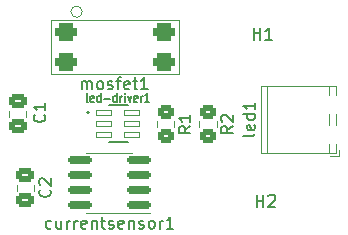
<source format=gto>
G04 #@! TF.GenerationSoftware,KiCad,Pcbnew,7.0.2*
G04 #@! TF.CreationDate,2023-05-22T10:47:49+02:00*
G04 #@! TF.ProjectId,relaismsofet correctie,72656c61-6973-46d7-936f-66657420636f,rev?*
G04 #@! TF.SameCoordinates,Original*
G04 #@! TF.FileFunction,Legend,Top*
G04 #@! TF.FilePolarity,Positive*
%FSLAX46Y46*%
G04 Gerber Fmt 4.6, Leading zero omitted, Abs format (unit mm)*
G04 Created by KiCad (PCBNEW 7.0.2) date 2023-05-22 10:47:49*
%MOMM*%
%LPD*%
G01*
G04 APERTURE LIST*
G04 Aperture macros list*
%AMRoundRect*
0 Rectangle with rounded corners*
0 $1 Rounding radius*
0 $2 $3 $4 $5 $6 $7 $8 $9 X,Y pos of 4 corners*
0 Add a 4 corners polygon primitive as box body*
4,1,4,$2,$3,$4,$5,$6,$7,$8,$9,$2,$3,0*
0 Add four circle primitives for the rounded corners*
1,1,$1+$1,$2,$3*
1,1,$1+$1,$4,$5*
1,1,$1+$1,$6,$7*
1,1,$1+$1,$8,$9*
0 Add four rect primitives between the rounded corners*
20,1,$1+$1,$2,$3,$4,$5,0*
20,1,$1+$1,$4,$5,$6,$7,0*
20,1,$1+$1,$6,$7,$8,$9,0*
20,1,$1+$1,$8,$9,$2,$3,0*%
G04 Aperture macros list end*
%ADD10C,0.150000*%
%ADD11C,0.120000*%
%ADD12C,0.127000*%
%ADD13C,0.200000*%
%ADD14RoundRect,0.375000X0.575000X0.375000X-0.575000X0.375000X-0.575000X-0.375000X0.575000X-0.375000X0*%
%ADD15C,2.500000*%
%ADD16RoundRect,0.041300X-0.643700X-0.253700X0.643700X-0.253700X0.643700X0.253700X-0.643700X0.253700X0*%
%ADD17RoundRect,0.250000X-0.450000X0.350000X-0.450000X-0.350000X0.450000X-0.350000X0.450000X0.350000X0*%
%ADD18RoundRect,0.250000X0.475000X-0.337500X0.475000X0.337500X-0.475000X0.337500X-0.475000X-0.337500X0*%
%ADD19C,1.100000*%
%ADD20R,2.200000X2.200000*%
%ADD21C,2.200000*%
%ADD22RoundRect,0.250000X-0.475000X0.337500X-0.475000X-0.337500X0.475000X-0.337500X0.475000X0.337500X0*%
%ADD23RoundRect,0.150000X0.825000X0.150000X-0.825000X0.150000X-0.825000X-0.150000X0.825000X-0.150000X0*%
%ADD24R,1.700000X1.700000*%
%ADD25O,1.700000X1.700000*%
G04 APERTURE END LIST*
D10*
X91638095Y-79662619D02*
X91638095Y-78995952D01*
X91638095Y-79091190D02*
X91685714Y-79043571D01*
X91685714Y-79043571D02*
X91780952Y-78995952D01*
X91780952Y-78995952D02*
X91923809Y-78995952D01*
X91923809Y-78995952D02*
X92019047Y-79043571D01*
X92019047Y-79043571D02*
X92066666Y-79138809D01*
X92066666Y-79138809D02*
X92066666Y-79662619D01*
X92066666Y-79138809D02*
X92114285Y-79043571D01*
X92114285Y-79043571D02*
X92209523Y-78995952D01*
X92209523Y-78995952D02*
X92352380Y-78995952D01*
X92352380Y-78995952D02*
X92447619Y-79043571D01*
X92447619Y-79043571D02*
X92495238Y-79138809D01*
X92495238Y-79138809D02*
X92495238Y-79662619D01*
X93114285Y-79662619D02*
X93019047Y-79615000D01*
X93019047Y-79615000D02*
X92971428Y-79567380D01*
X92971428Y-79567380D02*
X92923809Y-79472142D01*
X92923809Y-79472142D02*
X92923809Y-79186428D01*
X92923809Y-79186428D02*
X92971428Y-79091190D01*
X92971428Y-79091190D02*
X93019047Y-79043571D01*
X93019047Y-79043571D02*
X93114285Y-78995952D01*
X93114285Y-78995952D02*
X93257142Y-78995952D01*
X93257142Y-78995952D02*
X93352380Y-79043571D01*
X93352380Y-79043571D02*
X93399999Y-79091190D01*
X93399999Y-79091190D02*
X93447618Y-79186428D01*
X93447618Y-79186428D02*
X93447618Y-79472142D01*
X93447618Y-79472142D02*
X93399999Y-79567380D01*
X93399999Y-79567380D02*
X93352380Y-79615000D01*
X93352380Y-79615000D02*
X93257142Y-79662619D01*
X93257142Y-79662619D02*
X93114285Y-79662619D01*
X93828571Y-79615000D02*
X93923809Y-79662619D01*
X93923809Y-79662619D02*
X94114285Y-79662619D01*
X94114285Y-79662619D02*
X94209523Y-79615000D01*
X94209523Y-79615000D02*
X94257142Y-79519761D01*
X94257142Y-79519761D02*
X94257142Y-79472142D01*
X94257142Y-79472142D02*
X94209523Y-79376904D01*
X94209523Y-79376904D02*
X94114285Y-79329285D01*
X94114285Y-79329285D02*
X93971428Y-79329285D01*
X93971428Y-79329285D02*
X93876190Y-79281666D01*
X93876190Y-79281666D02*
X93828571Y-79186428D01*
X93828571Y-79186428D02*
X93828571Y-79138809D01*
X93828571Y-79138809D02*
X93876190Y-79043571D01*
X93876190Y-79043571D02*
X93971428Y-78995952D01*
X93971428Y-78995952D02*
X94114285Y-78995952D01*
X94114285Y-78995952D02*
X94209523Y-79043571D01*
X94542857Y-78995952D02*
X94923809Y-78995952D01*
X94685714Y-79662619D02*
X94685714Y-78805476D01*
X94685714Y-78805476D02*
X94733333Y-78710238D01*
X94733333Y-78710238D02*
X94828571Y-78662619D01*
X94828571Y-78662619D02*
X94923809Y-78662619D01*
X95638095Y-79615000D02*
X95542857Y-79662619D01*
X95542857Y-79662619D02*
X95352381Y-79662619D01*
X95352381Y-79662619D02*
X95257143Y-79615000D01*
X95257143Y-79615000D02*
X95209524Y-79519761D01*
X95209524Y-79519761D02*
X95209524Y-79138809D01*
X95209524Y-79138809D02*
X95257143Y-79043571D01*
X95257143Y-79043571D02*
X95352381Y-78995952D01*
X95352381Y-78995952D02*
X95542857Y-78995952D01*
X95542857Y-78995952D02*
X95638095Y-79043571D01*
X95638095Y-79043571D02*
X95685714Y-79138809D01*
X95685714Y-79138809D02*
X95685714Y-79234047D01*
X95685714Y-79234047D02*
X95209524Y-79329285D01*
X95971429Y-78995952D02*
X96352381Y-78995952D01*
X96114286Y-78662619D02*
X96114286Y-79519761D01*
X96114286Y-79519761D02*
X96161905Y-79615000D01*
X96161905Y-79615000D02*
X96257143Y-79662619D01*
X96257143Y-79662619D02*
X96352381Y-79662619D01*
X97209524Y-79662619D02*
X96638096Y-79662619D01*
X96923810Y-79662619D02*
X96923810Y-78662619D01*
X96923810Y-78662619D02*
X96828572Y-78805476D01*
X96828572Y-78805476D02*
X96733334Y-78900714D01*
X96733334Y-78900714D02*
X96638096Y-78948333D01*
X106430095Y-89616619D02*
X106430095Y-88616619D01*
X106430095Y-89092809D02*
X107001523Y-89092809D01*
X107001523Y-89616619D02*
X107001523Y-88616619D01*
X107430095Y-88711857D02*
X107477714Y-88664238D01*
X107477714Y-88664238D02*
X107572952Y-88616619D01*
X107572952Y-88616619D02*
X107811047Y-88616619D01*
X107811047Y-88616619D02*
X107906285Y-88664238D01*
X107906285Y-88664238D02*
X107953904Y-88711857D01*
X107953904Y-88711857D02*
X108001523Y-88807095D01*
X108001523Y-88807095D02*
X108001523Y-88902333D01*
X108001523Y-88902333D02*
X107953904Y-89045190D01*
X107953904Y-89045190D02*
X107382476Y-89616619D01*
X107382476Y-89616619D02*
X108001523Y-89616619D01*
X92155238Y-80770095D02*
X92094286Y-80732000D01*
X92094286Y-80732000D02*
X92063809Y-80655809D01*
X92063809Y-80655809D02*
X92063809Y-79970095D01*
X92642857Y-80732000D02*
X92581905Y-80770095D01*
X92581905Y-80770095D02*
X92460000Y-80770095D01*
X92460000Y-80770095D02*
X92399047Y-80732000D01*
X92399047Y-80732000D02*
X92368571Y-80655809D01*
X92368571Y-80655809D02*
X92368571Y-80351047D01*
X92368571Y-80351047D02*
X92399047Y-80274857D01*
X92399047Y-80274857D02*
X92460000Y-80236761D01*
X92460000Y-80236761D02*
X92581905Y-80236761D01*
X92581905Y-80236761D02*
X92642857Y-80274857D01*
X92642857Y-80274857D02*
X92673333Y-80351047D01*
X92673333Y-80351047D02*
X92673333Y-80427238D01*
X92673333Y-80427238D02*
X92368571Y-80503428D01*
X93221904Y-80770095D02*
X93221904Y-79970095D01*
X93221904Y-80732000D02*
X93160952Y-80770095D01*
X93160952Y-80770095D02*
X93039047Y-80770095D01*
X93039047Y-80770095D02*
X92978095Y-80732000D01*
X92978095Y-80732000D02*
X92947618Y-80693904D01*
X92947618Y-80693904D02*
X92917142Y-80617714D01*
X92917142Y-80617714D02*
X92917142Y-80389142D01*
X92917142Y-80389142D02*
X92947618Y-80312952D01*
X92947618Y-80312952D02*
X92978095Y-80274857D01*
X92978095Y-80274857D02*
X93039047Y-80236761D01*
X93039047Y-80236761D02*
X93160952Y-80236761D01*
X93160952Y-80236761D02*
X93221904Y-80274857D01*
X93526666Y-80465333D02*
X94014286Y-80465333D01*
X94593333Y-80770095D02*
X94593333Y-79970095D01*
X94593333Y-80732000D02*
X94532381Y-80770095D01*
X94532381Y-80770095D02*
X94410476Y-80770095D01*
X94410476Y-80770095D02*
X94349524Y-80732000D01*
X94349524Y-80732000D02*
X94319047Y-80693904D01*
X94319047Y-80693904D02*
X94288571Y-80617714D01*
X94288571Y-80617714D02*
X94288571Y-80389142D01*
X94288571Y-80389142D02*
X94319047Y-80312952D01*
X94319047Y-80312952D02*
X94349524Y-80274857D01*
X94349524Y-80274857D02*
X94410476Y-80236761D01*
X94410476Y-80236761D02*
X94532381Y-80236761D01*
X94532381Y-80236761D02*
X94593333Y-80274857D01*
X94898095Y-80770095D02*
X94898095Y-80236761D01*
X94898095Y-80389142D02*
X94928572Y-80312952D01*
X94928572Y-80312952D02*
X94959048Y-80274857D01*
X94959048Y-80274857D02*
X95020000Y-80236761D01*
X95020000Y-80236761D02*
X95080953Y-80236761D01*
X95294285Y-80770095D02*
X95294285Y-80236761D01*
X95294285Y-79970095D02*
X95263809Y-80008190D01*
X95263809Y-80008190D02*
X95294285Y-80046285D01*
X95294285Y-80046285D02*
X95324762Y-80008190D01*
X95324762Y-80008190D02*
X95294285Y-79970095D01*
X95294285Y-79970095D02*
X95294285Y-80046285D01*
X95538095Y-80236761D02*
X95690476Y-80770095D01*
X95690476Y-80770095D02*
X95842857Y-80236761D01*
X96330476Y-80732000D02*
X96269524Y-80770095D01*
X96269524Y-80770095D02*
X96147619Y-80770095D01*
X96147619Y-80770095D02*
X96086666Y-80732000D01*
X96086666Y-80732000D02*
X96056190Y-80655809D01*
X96056190Y-80655809D02*
X96056190Y-80351047D01*
X96056190Y-80351047D02*
X96086666Y-80274857D01*
X96086666Y-80274857D02*
X96147619Y-80236761D01*
X96147619Y-80236761D02*
X96269524Y-80236761D01*
X96269524Y-80236761D02*
X96330476Y-80274857D01*
X96330476Y-80274857D02*
X96360952Y-80351047D01*
X96360952Y-80351047D02*
X96360952Y-80427238D01*
X96360952Y-80427238D02*
X96056190Y-80503428D01*
X96635237Y-80770095D02*
X96635237Y-80236761D01*
X96635237Y-80389142D02*
X96665714Y-80312952D01*
X96665714Y-80312952D02*
X96696190Y-80274857D01*
X96696190Y-80274857D02*
X96757142Y-80236761D01*
X96757142Y-80236761D02*
X96818095Y-80236761D01*
X97366666Y-80770095D02*
X97000951Y-80770095D01*
X97183808Y-80770095D02*
X97183808Y-79970095D01*
X97183808Y-79970095D02*
X97122856Y-80084380D01*
X97122856Y-80084380D02*
X97061904Y-80160571D01*
X97061904Y-80160571D02*
X97000951Y-80198666D01*
X104437619Y-82791666D02*
X103961428Y-83124999D01*
X104437619Y-83363094D02*
X103437619Y-83363094D01*
X103437619Y-83363094D02*
X103437619Y-82982142D01*
X103437619Y-82982142D02*
X103485238Y-82886904D01*
X103485238Y-82886904D02*
X103532857Y-82839285D01*
X103532857Y-82839285D02*
X103628095Y-82791666D01*
X103628095Y-82791666D02*
X103770952Y-82791666D01*
X103770952Y-82791666D02*
X103866190Y-82839285D01*
X103866190Y-82839285D02*
X103913809Y-82886904D01*
X103913809Y-82886904D02*
X103961428Y-82982142D01*
X103961428Y-82982142D02*
X103961428Y-83363094D01*
X103532857Y-82410713D02*
X103485238Y-82363094D01*
X103485238Y-82363094D02*
X103437619Y-82267856D01*
X103437619Y-82267856D02*
X103437619Y-82029761D01*
X103437619Y-82029761D02*
X103485238Y-81934523D01*
X103485238Y-81934523D02*
X103532857Y-81886904D01*
X103532857Y-81886904D02*
X103628095Y-81839285D01*
X103628095Y-81839285D02*
X103723333Y-81839285D01*
X103723333Y-81839285D02*
X103866190Y-81886904D01*
X103866190Y-81886904D02*
X104437619Y-82458332D01*
X104437619Y-82458332D02*
X104437619Y-81839285D01*
X100837619Y-82791666D02*
X100361428Y-83124999D01*
X100837619Y-83363094D02*
X99837619Y-83363094D01*
X99837619Y-83363094D02*
X99837619Y-82982142D01*
X99837619Y-82982142D02*
X99885238Y-82886904D01*
X99885238Y-82886904D02*
X99932857Y-82839285D01*
X99932857Y-82839285D02*
X100028095Y-82791666D01*
X100028095Y-82791666D02*
X100170952Y-82791666D01*
X100170952Y-82791666D02*
X100266190Y-82839285D01*
X100266190Y-82839285D02*
X100313809Y-82886904D01*
X100313809Y-82886904D02*
X100361428Y-82982142D01*
X100361428Y-82982142D02*
X100361428Y-83363094D01*
X100837619Y-81839285D02*
X100837619Y-82410713D01*
X100837619Y-82124999D02*
X99837619Y-82124999D01*
X99837619Y-82124999D02*
X99980476Y-82220237D01*
X99980476Y-82220237D02*
X100075714Y-82315475D01*
X100075714Y-82315475D02*
X100123333Y-82410713D01*
X88467380Y-81816666D02*
X88515000Y-81864285D01*
X88515000Y-81864285D02*
X88562619Y-82007142D01*
X88562619Y-82007142D02*
X88562619Y-82102380D01*
X88562619Y-82102380D02*
X88515000Y-82245237D01*
X88515000Y-82245237D02*
X88419761Y-82340475D01*
X88419761Y-82340475D02*
X88324523Y-82388094D01*
X88324523Y-82388094D02*
X88134047Y-82435713D01*
X88134047Y-82435713D02*
X87991190Y-82435713D01*
X87991190Y-82435713D02*
X87800714Y-82388094D01*
X87800714Y-82388094D02*
X87705476Y-82340475D01*
X87705476Y-82340475D02*
X87610238Y-82245237D01*
X87610238Y-82245237D02*
X87562619Y-82102380D01*
X87562619Y-82102380D02*
X87562619Y-82007142D01*
X87562619Y-82007142D02*
X87610238Y-81864285D01*
X87610238Y-81864285D02*
X87657857Y-81816666D01*
X88562619Y-80864285D02*
X88562619Y-81435713D01*
X88562619Y-81149999D02*
X87562619Y-81149999D01*
X87562619Y-81149999D02*
X87705476Y-81245237D01*
X87705476Y-81245237D02*
X87800714Y-81340475D01*
X87800714Y-81340475D02*
X87848333Y-81435713D01*
X106302619Y-83468095D02*
X106255000Y-83563333D01*
X106255000Y-83563333D02*
X106159761Y-83610952D01*
X106159761Y-83610952D02*
X105302619Y-83610952D01*
X106255000Y-82706190D02*
X106302619Y-82801428D01*
X106302619Y-82801428D02*
X106302619Y-82991904D01*
X106302619Y-82991904D02*
X106255000Y-83087142D01*
X106255000Y-83087142D02*
X106159761Y-83134761D01*
X106159761Y-83134761D02*
X105778809Y-83134761D01*
X105778809Y-83134761D02*
X105683571Y-83087142D01*
X105683571Y-83087142D02*
X105635952Y-82991904D01*
X105635952Y-82991904D02*
X105635952Y-82801428D01*
X105635952Y-82801428D02*
X105683571Y-82706190D01*
X105683571Y-82706190D02*
X105778809Y-82658571D01*
X105778809Y-82658571D02*
X105874047Y-82658571D01*
X105874047Y-82658571D02*
X105969285Y-83134761D01*
X106302619Y-81801428D02*
X105302619Y-81801428D01*
X106255000Y-81801428D02*
X106302619Y-81896666D01*
X106302619Y-81896666D02*
X106302619Y-82087142D01*
X106302619Y-82087142D02*
X106255000Y-82182380D01*
X106255000Y-82182380D02*
X106207380Y-82229999D01*
X106207380Y-82229999D02*
X106112142Y-82277618D01*
X106112142Y-82277618D02*
X105826428Y-82277618D01*
X105826428Y-82277618D02*
X105731190Y-82229999D01*
X105731190Y-82229999D02*
X105683571Y-82182380D01*
X105683571Y-82182380D02*
X105635952Y-82087142D01*
X105635952Y-82087142D02*
X105635952Y-81896666D01*
X105635952Y-81896666D02*
X105683571Y-81801428D01*
X106302619Y-80801428D02*
X106302619Y-81372856D01*
X106302619Y-81087142D02*
X105302619Y-81087142D01*
X105302619Y-81087142D02*
X105445476Y-81182380D01*
X105445476Y-81182380D02*
X105540714Y-81277618D01*
X105540714Y-81277618D02*
X105588333Y-81372856D01*
X88915380Y-88166666D02*
X88963000Y-88214285D01*
X88963000Y-88214285D02*
X89010619Y-88357142D01*
X89010619Y-88357142D02*
X89010619Y-88452380D01*
X89010619Y-88452380D02*
X88963000Y-88595237D01*
X88963000Y-88595237D02*
X88867761Y-88690475D01*
X88867761Y-88690475D02*
X88772523Y-88738094D01*
X88772523Y-88738094D02*
X88582047Y-88785713D01*
X88582047Y-88785713D02*
X88439190Y-88785713D01*
X88439190Y-88785713D02*
X88248714Y-88738094D01*
X88248714Y-88738094D02*
X88153476Y-88690475D01*
X88153476Y-88690475D02*
X88058238Y-88595237D01*
X88058238Y-88595237D02*
X88010619Y-88452380D01*
X88010619Y-88452380D02*
X88010619Y-88357142D01*
X88010619Y-88357142D02*
X88058238Y-88214285D01*
X88058238Y-88214285D02*
X88105857Y-88166666D01*
X88105857Y-87785713D02*
X88058238Y-87738094D01*
X88058238Y-87738094D02*
X88010619Y-87642856D01*
X88010619Y-87642856D02*
X88010619Y-87404761D01*
X88010619Y-87404761D02*
X88058238Y-87309523D01*
X88058238Y-87309523D02*
X88105857Y-87261904D01*
X88105857Y-87261904D02*
X88201095Y-87214285D01*
X88201095Y-87214285D02*
X88296333Y-87214285D01*
X88296333Y-87214285D02*
X88439190Y-87261904D01*
X88439190Y-87261904D02*
X89010619Y-87833332D01*
X89010619Y-87833332D02*
X89010619Y-87214285D01*
X106174095Y-75462619D02*
X106174095Y-74462619D01*
X106174095Y-74938809D02*
X106745523Y-74938809D01*
X106745523Y-75462619D02*
X106745523Y-74462619D01*
X107745523Y-75462619D02*
X107174095Y-75462619D01*
X107459809Y-75462619D02*
X107459809Y-74462619D01*
X107459809Y-74462619D02*
X107364571Y-74605476D01*
X107364571Y-74605476D02*
X107269333Y-74700714D01*
X107269333Y-74700714D02*
X107174095Y-74748333D01*
X89046427Y-91415000D02*
X88951189Y-91462619D01*
X88951189Y-91462619D02*
X88760713Y-91462619D01*
X88760713Y-91462619D02*
X88665475Y-91415000D01*
X88665475Y-91415000D02*
X88617856Y-91367380D01*
X88617856Y-91367380D02*
X88570237Y-91272142D01*
X88570237Y-91272142D02*
X88570237Y-90986428D01*
X88570237Y-90986428D02*
X88617856Y-90891190D01*
X88617856Y-90891190D02*
X88665475Y-90843571D01*
X88665475Y-90843571D02*
X88760713Y-90795952D01*
X88760713Y-90795952D02*
X88951189Y-90795952D01*
X88951189Y-90795952D02*
X89046427Y-90843571D01*
X89903570Y-90795952D02*
X89903570Y-91462619D01*
X89474999Y-90795952D02*
X89474999Y-91319761D01*
X89474999Y-91319761D02*
X89522618Y-91415000D01*
X89522618Y-91415000D02*
X89617856Y-91462619D01*
X89617856Y-91462619D02*
X89760713Y-91462619D01*
X89760713Y-91462619D02*
X89855951Y-91415000D01*
X89855951Y-91415000D02*
X89903570Y-91367380D01*
X90379761Y-91462619D02*
X90379761Y-90795952D01*
X90379761Y-90986428D02*
X90427380Y-90891190D01*
X90427380Y-90891190D02*
X90474999Y-90843571D01*
X90474999Y-90843571D02*
X90570237Y-90795952D01*
X90570237Y-90795952D02*
X90665475Y-90795952D01*
X90998809Y-91462619D02*
X90998809Y-90795952D01*
X90998809Y-90986428D02*
X91046428Y-90891190D01*
X91046428Y-90891190D02*
X91094047Y-90843571D01*
X91094047Y-90843571D02*
X91189285Y-90795952D01*
X91189285Y-90795952D02*
X91284523Y-90795952D01*
X91998809Y-91415000D02*
X91903571Y-91462619D01*
X91903571Y-91462619D02*
X91713095Y-91462619D01*
X91713095Y-91462619D02*
X91617857Y-91415000D01*
X91617857Y-91415000D02*
X91570238Y-91319761D01*
X91570238Y-91319761D02*
X91570238Y-90938809D01*
X91570238Y-90938809D02*
X91617857Y-90843571D01*
X91617857Y-90843571D02*
X91713095Y-90795952D01*
X91713095Y-90795952D02*
X91903571Y-90795952D01*
X91903571Y-90795952D02*
X91998809Y-90843571D01*
X91998809Y-90843571D02*
X92046428Y-90938809D01*
X92046428Y-90938809D02*
X92046428Y-91034047D01*
X92046428Y-91034047D02*
X91570238Y-91129285D01*
X92475000Y-90795952D02*
X92475000Y-91462619D01*
X92475000Y-90891190D02*
X92522619Y-90843571D01*
X92522619Y-90843571D02*
X92617857Y-90795952D01*
X92617857Y-90795952D02*
X92760714Y-90795952D01*
X92760714Y-90795952D02*
X92855952Y-90843571D01*
X92855952Y-90843571D02*
X92903571Y-90938809D01*
X92903571Y-90938809D02*
X92903571Y-91462619D01*
X93236905Y-90795952D02*
X93617857Y-90795952D01*
X93379762Y-90462619D02*
X93379762Y-91319761D01*
X93379762Y-91319761D02*
X93427381Y-91415000D01*
X93427381Y-91415000D02*
X93522619Y-91462619D01*
X93522619Y-91462619D02*
X93617857Y-91462619D01*
X93903572Y-91415000D02*
X93998810Y-91462619D01*
X93998810Y-91462619D02*
X94189286Y-91462619D01*
X94189286Y-91462619D02*
X94284524Y-91415000D01*
X94284524Y-91415000D02*
X94332143Y-91319761D01*
X94332143Y-91319761D02*
X94332143Y-91272142D01*
X94332143Y-91272142D02*
X94284524Y-91176904D01*
X94284524Y-91176904D02*
X94189286Y-91129285D01*
X94189286Y-91129285D02*
X94046429Y-91129285D01*
X94046429Y-91129285D02*
X93951191Y-91081666D01*
X93951191Y-91081666D02*
X93903572Y-90986428D01*
X93903572Y-90986428D02*
X93903572Y-90938809D01*
X93903572Y-90938809D02*
X93951191Y-90843571D01*
X93951191Y-90843571D02*
X94046429Y-90795952D01*
X94046429Y-90795952D02*
X94189286Y-90795952D01*
X94189286Y-90795952D02*
X94284524Y-90843571D01*
X95141667Y-91415000D02*
X95046429Y-91462619D01*
X95046429Y-91462619D02*
X94855953Y-91462619D01*
X94855953Y-91462619D02*
X94760715Y-91415000D01*
X94760715Y-91415000D02*
X94713096Y-91319761D01*
X94713096Y-91319761D02*
X94713096Y-90938809D01*
X94713096Y-90938809D02*
X94760715Y-90843571D01*
X94760715Y-90843571D02*
X94855953Y-90795952D01*
X94855953Y-90795952D02*
X95046429Y-90795952D01*
X95046429Y-90795952D02*
X95141667Y-90843571D01*
X95141667Y-90843571D02*
X95189286Y-90938809D01*
X95189286Y-90938809D02*
X95189286Y-91034047D01*
X95189286Y-91034047D02*
X94713096Y-91129285D01*
X95617858Y-90795952D02*
X95617858Y-91462619D01*
X95617858Y-90891190D02*
X95665477Y-90843571D01*
X95665477Y-90843571D02*
X95760715Y-90795952D01*
X95760715Y-90795952D02*
X95903572Y-90795952D01*
X95903572Y-90795952D02*
X95998810Y-90843571D01*
X95998810Y-90843571D02*
X96046429Y-90938809D01*
X96046429Y-90938809D02*
X96046429Y-91462619D01*
X96475001Y-91415000D02*
X96570239Y-91462619D01*
X96570239Y-91462619D02*
X96760715Y-91462619D01*
X96760715Y-91462619D02*
X96855953Y-91415000D01*
X96855953Y-91415000D02*
X96903572Y-91319761D01*
X96903572Y-91319761D02*
X96903572Y-91272142D01*
X96903572Y-91272142D02*
X96855953Y-91176904D01*
X96855953Y-91176904D02*
X96760715Y-91129285D01*
X96760715Y-91129285D02*
X96617858Y-91129285D01*
X96617858Y-91129285D02*
X96522620Y-91081666D01*
X96522620Y-91081666D02*
X96475001Y-90986428D01*
X96475001Y-90986428D02*
X96475001Y-90938809D01*
X96475001Y-90938809D02*
X96522620Y-90843571D01*
X96522620Y-90843571D02*
X96617858Y-90795952D01*
X96617858Y-90795952D02*
X96760715Y-90795952D01*
X96760715Y-90795952D02*
X96855953Y-90843571D01*
X97475001Y-91462619D02*
X97379763Y-91415000D01*
X97379763Y-91415000D02*
X97332144Y-91367380D01*
X97332144Y-91367380D02*
X97284525Y-91272142D01*
X97284525Y-91272142D02*
X97284525Y-90986428D01*
X97284525Y-90986428D02*
X97332144Y-90891190D01*
X97332144Y-90891190D02*
X97379763Y-90843571D01*
X97379763Y-90843571D02*
X97475001Y-90795952D01*
X97475001Y-90795952D02*
X97617858Y-90795952D01*
X97617858Y-90795952D02*
X97713096Y-90843571D01*
X97713096Y-90843571D02*
X97760715Y-90891190D01*
X97760715Y-90891190D02*
X97808334Y-90986428D01*
X97808334Y-90986428D02*
X97808334Y-91272142D01*
X97808334Y-91272142D02*
X97760715Y-91367380D01*
X97760715Y-91367380D02*
X97713096Y-91415000D01*
X97713096Y-91415000D02*
X97617858Y-91462619D01*
X97617858Y-91462619D02*
X97475001Y-91462619D01*
X98236906Y-91462619D02*
X98236906Y-90795952D01*
X98236906Y-90986428D02*
X98284525Y-90891190D01*
X98284525Y-90891190D02*
X98332144Y-90843571D01*
X98332144Y-90843571D02*
X98427382Y-90795952D01*
X98427382Y-90795952D02*
X98522620Y-90795952D01*
X99379763Y-91462619D02*
X98808335Y-91462619D01*
X99094049Y-91462619D02*
X99094049Y-90462619D01*
X99094049Y-90462619D02*
X98998811Y-90605476D01*
X98998811Y-90605476D02*
X98903573Y-90700714D01*
X98903573Y-90700714D02*
X98808335Y-90748333D01*
D11*
X89025000Y-78375000D02*
X99825000Y-78375000D01*
X99825000Y-78375000D02*
X99825000Y-73775000D01*
X99825000Y-73775000D02*
X89025000Y-73775000D01*
X89025000Y-73775000D02*
X89025000Y-78375000D01*
X91677701Y-73105000D02*
G75*
G03*
X91677701Y-73105000I-482701J0D01*
G01*
D12*
X93925000Y-81035000D02*
X95525000Y-81035000D01*
X95525000Y-84165000D02*
X93925000Y-84165000D01*
D13*
X92250000Y-81655000D02*
G75*
G03*
X92250000Y-81655000I-100000J0D01*
G01*
D11*
X103060000Y-82397936D02*
X103060000Y-82852064D01*
X101590000Y-82397936D02*
X101590000Y-82852064D01*
X99460000Y-82397936D02*
X99460000Y-82852064D01*
X97990000Y-82397936D02*
X97990000Y-82852064D01*
X85472600Y-81998452D02*
X85472600Y-81475948D01*
X86942600Y-81998452D02*
X86942600Y-81475948D01*
X112660000Y-85300000D02*
X113400000Y-85300000D01*
X113400000Y-85300000D02*
X113400000Y-84800000D01*
X106840000Y-85060000D02*
X113160000Y-85060000D01*
X106840000Y-85060000D02*
X106840000Y-79400000D01*
X107300000Y-85060000D02*
X107300000Y-79400000D01*
X112600000Y-85060000D02*
X112600000Y-84290000D01*
X113160000Y-85060000D02*
X113160000Y-84290000D01*
X112600000Y-82710000D02*
X112600000Y-81750000D01*
X113160000Y-82710000D02*
X113160000Y-81750000D01*
X112600000Y-80170000D02*
X112600000Y-79400000D01*
X113160000Y-80170000D02*
X113160000Y-79400000D01*
X106840000Y-79400000D02*
X113160000Y-79400000D01*
X87603000Y-87738748D02*
X87603000Y-88261252D01*
X86133000Y-87738748D02*
X86133000Y-88261252D01*
X93975000Y-90160000D02*
X97425000Y-90160000D01*
X93975000Y-90160000D02*
X92025000Y-90160000D01*
X93975000Y-85040000D02*
X95925000Y-85040000D01*
X93975000Y-85040000D02*
X92025000Y-85040000D01*
%LPC*%
D14*
X90274996Y-74805000D03*
X90274996Y-77345000D03*
X98574996Y-77345000D03*
X98574996Y-74805000D03*
D15*
X111000000Y-89000000D03*
D16*
X93550000Y-81650000D03*
X93550000Y-82600000D03*
X93550000Y-83550000D03*
X95900000Y-83550000D03*
X95900000Y-82600000D03*
X95900000Y-81650000D03*
D17*
X102325000Y-81625000D03*
X102325000Y-83625000D03*
X98725000Y-81625000D03*
X98725000Y-83625000D03*
D18*
X86207600Y-82774700D03*
X86207600Y-80699700D03*
D19*
X112540000Y-83500000D03*
X112540000Y-80960000D03*
D20*
X110000000Y-83500000D03*
D21*
X110000000Y-80960000D03*
D22*
X86868000Y-86962500D03*
X86868000Y-89037500D03*
D15*
X111000000Y-75000000D03*
D23*
X96450000Y-89505000D03*
X96450000Y-88235000D03*
X96450000Y-86965000D03*
X96450000Y-85695000D03*
X91500000Y-85695000D03*
X91500000Y-86965000D03*
X91500000Y-88235000D03*
X91500000Y-89505000D03*
D24*
X82000000Y-77000000D03*
D25*
X82000000Y-74460000D03*
D24*
X82000000Y-83500000D03*
D25*
X82000000Y-80960000D03*
D24*
X82000000Y-90000000D03*
D25*
X82000000Y-87460000D03*
%LPD*%
M02*

</source>
